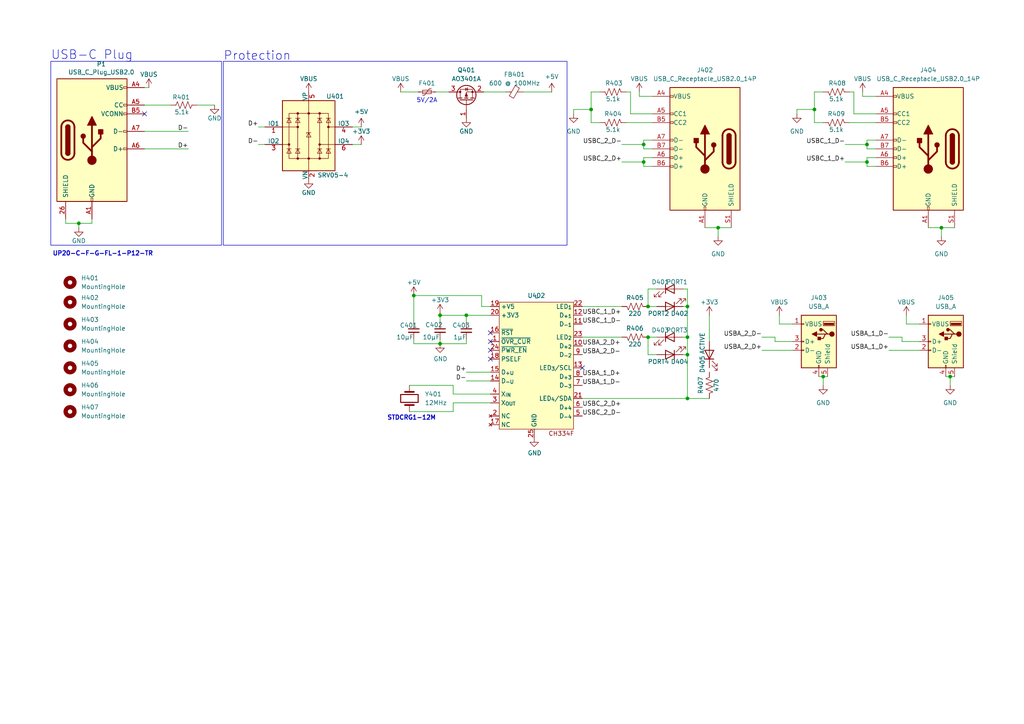
<source format=kicad_sch>
(kicad_sch (version 20250114) (generator "eeschema") (generator_version "9.0")
  (paper "A4")
  (lib_symbols
    (symbol "Connector:USB_A" (pin_names (offset 1.016))
      (property "Reference" "J" (at -5.08 11.43 0))
      (property "Value" "USB_A" (at -5.08 8.89 0))
      (symbol "USB_A_0_1"
        (rectangle (start -5.08 -7.62) (end 5.08 7.62) (stroke (width 0.254)) (fill (type background)))
        (circle (center -3.81 2.159) (radius 0.635) (stroke (width 0.254)) (fill (type outline)))
        (polyline (pts (xy -3.175 2.159) (xy -2.54 2.159) (xy -1.27 3.429) (xy -0.635 3.429)) (stroke (width 0.254)))
        (polyline (pts (xy -2.54 2.159) (xy -1.905 2.159) (xy -1.27 0.889) (xy 0 0.889)) (stroke (width 0.254)))
        (rectangle (start -1.524 4.826) (end -4.318 5.334) (fill (type outline)))
        (rectangle (start -1.27 4.572) (end -4.572 5.842))
        (circle (center -0.635 3.429) (radius 0.381) (stroke (width 0.254)) (fill (type outline)))
        (rectangle (start -0.127 -7.62) (end 0.127 -6.858))
        (rectangle (start 0.254 1.27) (end -0.508 0.508) (stroke (width 0.254)) (fill (type outline)))
        (polyline (pts (xy 0.635 2.794) (xy 0.635 1.524) (xy 1.905 2.159) (xy 0.635 2.794)) (stroke (width 0.254)) (fill (type outline)))
        (rectangle (start 5.08 4.953) (end 4.318 5.207))
        (rectangle (start 5.08 -0.127) (end 4.318 0.127))
        (rectangle (start 5.08 -2.667) (end 4.318 -2.413))
      )
      (symbol "USB_A_1_1"
        (polyline (pts (xy -1.905 2.159) (xy 0.635 2.159)) (stroke (width 0.254)))
        (pin passive line (at -2.54 -10.16 90) (length 2.54) (name "Shield") (number "5"))
        (pin power_in line (at 0 -10.16 90) (length 2.54) (name "GND") (number "4"))
        (pin power_in line (at 7.62 5.08 180) (length 2.54) (name "VBUS") (number "1"))
        (pin bidirectional line (at 7.62 0 180) (length 2.54) (name "D+") (number "3"))
        (pin bidirectional line (at 7.62 -2.54 180) (length 2.54) (name "D-") (number "2"))
      )
    )
    (symbol "Connector:USB_C_Receptacle_USB2.0_14P" (pin_names (offset 1.016))
      (property "Reference" "J" (at 0 22.225 0))
      (property "Value" "USB_C_Receptacle_USB2.0_14P" (at 0 19.685 0))
      (symbol "USB_C_Receptacle_USB2.0_14P_0_0"
        (rectangle (start -0.254 -17.78) (end 0.254 -16.764))
        (rectangle (start 10.16 15.494) (end 9.144 14.986))
        (rectangle (start 10.16 10.414) (end 9.144 9.906))
        (rectangle (start 10.16 7.874) (end 9.144 7.366))
        (rectangle (start 10.16 2.794) (end 9.144 2.286))
        (rectangle (start 10.16 0.254) (end 9.144 -0.254))
        (rectangle (start 10.16 -2.286) (end 9.144 -2.794))
        (rectangle (start 10.16 -4.826) (end 9.144 -5.334))
      )
      (symbol "USB_C_Receptacle_USB2.0_14P_0_1"
        (rectangle (start -10.16 17.78) (end 10.16 -17.78) (stroke (width 0.254)) (fill (type background)))
        (polyline (pts (xy -8.89 -3.81) (xy -8.89 3.81)) (stroke (width 0.508)))
        (rectangle (start -7.62 -3.81) (end -6.35 3.81) (stroke (width 0.254)) (fill (type outline)))
        (arc (start -7.62 3.81) (mid -6.985 4.4423) (end -6.35 3.81) (stroke (width 0.254)))
        (arc (start -7.62 3.81) (mid -6.985 4.4423) (end -6.35 3.81) (stroke (width 0.254)) (fill (type outline)))
        (arc (start -8.89 3.81) (mid -6.985 5.7067) (end -5.08 3.81) (stroke (width 0.508)))
        (arc (start -5.08 -3.81) (mid -6.985 -5.7067) (end -8.89 -3.81) (stroke (width 0.508)))
        (arc (start -6.35 -3.81) (mid -6.985 -4.4423) (end -7.62 -3.81) (stroke (width 0.254)))
        (arc (start -6.35 -3.81) (mid -6.985 -4.4423) (end -7.62 -3.81) (stroke (width 0.254)) (fill (type outline)))
        (polyline (pts (xy -5.08 3.81) (xy -5.08 -3.81)) (stroke (width 0.508)))
        (circle (center -2.54 1.143) (radius 0.635) (stroke (width 0.254)) (fill (type outline)))
        (polyline (pts (xy -1.27 4.318) (xy 0 6.858) (xy 1.27 4.318) (xy -1.27 4.318)) (stroke (width 0.254)) (fill (type outline)))
        (polyline (pts (xy 0 -2.032) (xy 2.54 0.508) (xy 2.54 1.778)) (stroke (width 0.508)))
        (polyline (pts (xy 0 -3.302) (xy -2.54 -0.762) (xy -2.54 0.508)) (stroke (width 0.508)))
        (polyline (pts (xy 0 -5.842) (xy 0 4.318)) (stroke (width 0.508)))
        (circle (center 0 -5.842) (radius 1.27) (fill (type outline)))
        (rectangle (start 1.905 1.778) (end 3.175 3.048) (stroke (width 0.254)) (fill (type outline)))
      )
      (symbol "USB_C_Receptacle_USB2.0_14P_1_1"
        (pin passive line (at -7.62 -22.86 90) (length 5.08) (name "SHIELD") (number "S1"))
        (pin passive line (at 0 -22.86 90) (length 5.08) (name "GND") (number "A1"))
        (pin passive line (at 0 -22.86 90) (length 5.08) (hide yes) (name "GND") (number "A12"))
        (pin passive line (at 0 -22.86 90) (length 5.08) (hide yes) (name "GND") (number "B1"))
        (pin passive line (at 0 -22.86 90) (length 5.08) (hide yes) (name "GND") (number "B12"))
        (pin passive line (at 15.24 15.24 180) (length 5.08) (name "VBUS") (number "A4"))
        (pin passive line (at 15.24 15.24 180) (length 5.08) (hide yes) (name "VBUS") (number "A9"))
        (pin passive line (at 15.24 15.24 180) (length 5.08) (hide yes) (name "VBUS") (number "B4"))
        (pin passive line (at 15.24 15.24 180) (length 5.08) (hide yes) (name "VBUS") (number "B9"))
        (pin bidirectional line (at 15.24 10.16 180) (length 5.08) (name "CC1") (number "A5"))
        (pin bidirectional line (at 15.24 7.62 180) (length 5.08) (name "CC2") (number "B5"))
        (pin bidirectional line (at 15.24 2.54 180) (length 5.08) (name "D-") (number "A7"))
        (pin bidirectional line (at 15.24 0 180) (length 5.08) (name "D-") (number "B7"))
        (pin bidirectional line (at 15.24 -2.54 180) (length 5.08) (name "D+") (number "A6"))
        (pin bidirectional line (at 15.24 -5.08 180) (length 5.08) (name "D+") (number "B6"))
      )
    )
    (symbol "Device:C_Small" (pin_numbers (hide yes)) (pin_names (offset 0.254) (hide yes))
      (property "Reference" "C" (at 0.254 1.778 0))
      (property "Value" "C_Small" (at 0.254 -2.032 0))
      (symbol "C_Small_0_1"
        (polyline (pts (xy -1.524 0.508) (xy 1.524 0.508)) (stroke (width 0.3048)))
        (polyline (pts (xy -1.524 -0.508) (xy 1.524 -0.508)) (stroke (width 0.3302)))
      )
      (symbol "C_Small_1_1"
        (pin passive line (at 0 2.54 270) (length 2.032) (name "~") (number "1"))
        (pin passive line (at 0 -2.54 90) (length 2.032) (name "~") (number "2"))
      )
    )
    (symbol "Device:Crystal" (pin_numbers (hide yes)) (pin_names (offset 1.016) (hide yes))
      (property "Reference" "Y" (at 0 3.81 0))
      (property "Value" "Crystal" (at 0 -3.81 0))
      (symbol "Crystal_0_1"
        (polyline (pts (xy -2.54 0) (xy -1.905 0)))
        (polyline (pts (xy -1.905 -1.27) (xy -1.905 1.27)) (stroke (width 0.508)))
        (rectangle (start -1.143 2.54) (end 1.143 -2.54) (stroke (width 0.3048)))
        (polyline (pts (xy 1.905 -1.27) (xy 1.905 1.27)) (stroke (width 0.508)))
        (polyline (pts (xy 2.54 0) (xy 1.905 0)))
      )
      (symbol "Crystal_1_1"
        (pin passive line (at -3.81 0 0) (length 1.27) (name "1") (number "1"))
        (pin passive line (at 3.81 0 180) (length 1.27) (name "2") (number "2"))
      )
    )
    (symbol "Device:FerriteBead_Small" (pin_numbers (hide yes)) (pin_names (offset 0))
      (property "Reference" "FB" (at 1.905 1.27 0))
      (property "Value" "FerriteBead_Small" (at 1.905 -1.27 0))
      (symbol "FerriteBead_Small_0_1"
        (polyline (pts (xy -1.8288 0.2794) (xy -1.1176 1.4986) (xy 1.8288 -0.2032) (xy 1.1176 -1.4224) (xy -1.8288 0.2794)))
        (polyline (pts (xy 0 0.889) (xy 0 1.2954)))
        (polyline (pts (xy 0 -1.27) (xy 0 -0.7874)))
      )
      (symbol "FerriteBead_Small_1_1"
        (pin passive line (at 0 2.54 270) (length 1.27) (name "~") (number "1"))
        (pin passive line (at 0 -2.54 90) (length 1.27) (name "~") (number "2"))
      )
    )
    (symbol "Device:LED" (pin_numbers (hide yes)) (pin_names (offset 1.016) (hide yes))
      (property "Reference" "D" (at 0 2.54 0))
      (property "Value" "LED" (at 0 -2.54 0))
      (symbol "LED_0_1"
        (polyline (pts (xy -3.048 -0.762) (xy -4.572 -2.286) (xy -3.81 -2.286) (xy -4.572 -2.286) (xy -4.572 -1.524)))
        (polyline (pts (xy -1.778 -0.762) (xy -3.302 -2.286) (xy -2.54 -2.286) (xy -3.302 -2.286) (xy -3.302 -1.524)))
        (polyline (pts (xy -1.27 0) (xy 1.27 0)))
        (polyline (pts (xy -1.27 -1.27) (xy -1.27 1.27)) (stroke (width 0.254)))
        (polyline (pts (xy 1.27 -1.27) (xy 1.27 1.27) (xy -1.27 0) (xy 1.27 -1.27)) (stroke (width 0.254)))
      )
      (symbol "LED_1_1"
        (pin passive line (at -3.81 0 0) (length 2.54) (name "K") (number "1"))
        (pin passive line (at 3.81 0 180) (length 2.54) (name "A") (number "2"))
      )
    )
    (symbol "Device:Polyfuse_Small" (pin_numbers (hide yes)) (pin_names (offset 0))
      (property "Reference" "F" (at -1.905 0 90))
      (property "Value" "Polyfuse_Small" (at 1.905 0 90))
      (symbol "Polyfuse_Small_0_1"
        (polyline (pts (xy -1.016 1.27) (xy -1.016 0.762) (xy 1.016 -0.762) (xy 1.016 -1.27)))
        (rectangle (start -0.508 1.27) (end 0.508 -1.27))
        (polyline (pts (xy 0 2.54) (xy 0 -2.54)))
      )
      (symbol "Polyfuse_Small_1_1"
        (pin passive line (at 0 2.54 270) (length 0.635) (name "~") (number "1"))
        (pin passive line (at 0 -2.54 90) (length 0.635) (name "~") (number "2"))
      )
    )
    (symbol "Device:R_US" (pin_numbers (hide yes)) (pin_names (offset 0))
      (property "Reference" "R" (at 2.54 0 90))
      (property "Value" "R_US" (at -2.54 0 90))
      (symbol "R_US_0_1"
        (polyline (pts (xy 0 2.286) (xy 0 2.54)))
        (polyline (pts (xy 0 2.286) (xy 1.016 1.905) (xy 0 1.524) (xy -1.016 1.143) (xy 0 0.762)))
        (polyline (pts (xy 0 0.762) (xy 1.016 0.381) (xy 0 0) (xy -1.016 -0.381) (xy 0 -0.762)))
        (polyline (pts (xy 0 -0.762) (xy 1.016 -1.143) (xy 0 -1.524) (xy -1.016 -1.905) (xy 0 -2.286)))
        (polyline (pts (xy 0 -2.286) (xy 0 -2.54)))
      )
      (symbol "R_US_1_1"
        (pin passive line (at 0 3.81 270) (length 1.27) (name "~") (number "1"))
        (pin passive line (at 0 -3.81 90) (length 1.27) (name "~") (number "2"))
      )
    )
    (symbol "JT_CH334F:CH334F"
      (property "Reference" "U" (at 0 2.54 0))
      (symbol "CH334F_0_1"
        (rectangle (start -10.16 1.27) (end 11.43 -35.56) (fill (type background)))
      )
      (symbol "CH334F_1_1"
        (text "CH334F" (at 7.874 -36.83 0) (effects (font (size 1.27 1.27))))
        (pin power_in line (at -12.7 0 0) (length 2.54) (name "+V5") (number "19"))
        (pin power_out line (at -12.7 -2.54 0) (length 2.54) (name "+3V3") (number "20"))
        (pin bidirectional line (at -12.7 -7.62 0) (length 2.54) (name "~{RST}") (number "16"))
        (pin bidirectional line (at -12.7 -10.16 0) (length 2.54) (name "~{OVR_CUR}") (number "1"))
        (pin bidirectional line (at -12.7 -12.7 0) (length 2.54) (name "~{PWR_EN}") (number "24"))
        (pin bidirectional line (at -12.7 -15.24 0) (length 2.54) (name "PSELF") (number "18"))
        (pin bidirectional line (at -12.7 -19.05 0) (length 2.54) (name "D_{+U}") (number "15"))
        (pin bidirectional line (at -12.7 -21.59 0) (length 2.54) (name "D_{-U}") (number "14"))
        (pin bidirectional line (at -12.7 -25.4 0) (length 2.54) (name "X_{IN}") (number "4"))
        (pin bidirectional line (at -12.7 -27.94 0) (length 2.54) (name "X_{OUT}") (number "3"))
        (pin no_connect line (at -12.7 -31.75 0) (length 2.54) (name "NC") (number "2"))
        (pin no_connect line (at -12.7 -34.29 0) (length 2.54) (name "NC") (number "17"))
        (pin power_in line (at 0 -38.1 90) (length 2.54) (name "GND") (number "25"))
        (pin bidirectional line (at 13.97 0 180) (length 2.54) (name "LED_{1}") (number "22"))
        (pin bidirectional line (at 13.97 -2.54 180) (length 2.54) (name "D_{+1}") (number "12"))
        (pin bidirectional line (at 13.97 -5.08 180) (length 2.54) (name "D_{-1}") (number "11"))
        (pin bidirectional line (at 13.97 -8.89 180) (length 2.54) (name "LED_{2}") (number "23"))
        (pin bidirectional line (at 13.97 -11.43 180) (length 2.54) (name "D_{+2}") (number "10"))
        (pin bidirectional line (at 13.97 -13.97 180) (length 2.54) (name "D_{-2}") (number "9"))
        (pin bidirectional line (at 13.97 -17.78 180) (length 2.54) (name "LED_{3}/SCL") (number "13"))
        (pin bidirectional line (at 13.97 -20.32 180) (length 2.54) (name "D_{+3}") (number "8"))
        (pin bidirectional line (at 13.97 -22.86 180) (length 2.54) (name "D_{-3}") (number "7"))
        (pin bidirectional line (at 13.97 -26.67 180) (length 2.54) (name "LED_{4}/SDA") (number "21"))
        (pin bidirectional line (at 13.97 -29.21 180) (length 2.54) (name "D_{+4}") (number "6"))
        (pin bidirectional line (at 13.97 -31.75 180) (length 2.54) (name "D_{-4}") (number "5"))
      )
    )
    (symbol "Mechanical:MountingHole" (pin_names (offset 1.016)) (exclude_from_sim yes) (in_bom no)
      (property "Reference" "H" (at 0 5.08 0))
      (property "Value" "MountingHole" (at 0 3.175 0))
      (symbol "MountingHole_0_1"
        (circle (center 0 0) (radius 1.27) (stroke (width 1.27)))
      )
    )
    (symbol "Power_Protection:SRV05-4" (pin_names (offset 0))
      (property "Reference" "U" (at -5.08 11.43 0))
      (property "Value" "SRV05-4" (at 2.54 11.43 0))
      (symbol "SRV05-4_0_0"
        (rectangle (start -5.715 6.477) (end 5.715 -6.604))
        (polyline (pts (xy -3.175 -6.604) (xy -3.175 6.477)))
        (polyline (pts (xy 3.175 6.477) (xy 3.175 -6.604)))
      )
      (symbol "SRV05-4_0_1"
        (polyline (pts (xy -7.747 2.54) (xy -3.175 2.54)))
        (rectangle (start -7.62 10.16) (end 7.62 -10.16) (stroke (width 0.254)) (fill (type background)))
        (polyline (pts (xy -7.62 -2.54) (xy -5.715 -2.54)))
        (circle (center -5.715 -2.54) (radius 0.2794) (fill (type outline)))
        (polyline (pts (xy -5.08 5.08) (xy -6.35 5.08)))
        (polyline (pts (xy -5.08 3.81) (xy -6.35 3.81) (xy -5.715 5.08) (xy -5.08 3.81)))
        (polyline (pts (xy -5.08 -3.81) (xy -6.35 -3.81)))
        (polyline (pts (xy -5.08 -5.08) (xy -6.35 -5.08) (xy -5.715 -3.81) (xy -5.08 -5.08)))
        (circle (center -3.175 6.477) (radius 0.2794) (fill (type outline)))
        (circle (center -3.175 2.54) (radius 0.2794) (fill (type outline)))
        (circle (center -3.175 -6.604) (radius 0.2794) (fill (type outline)))
        (polyline (pts (xy -2.54 5.08) (xy -3.81 5.08)))
        (polyline (pts (xy -2.54 3.81) (xy -3.81 3.81) (xy -3.175 5.08) (xy -2.54 3.81)))
        (polyline (pts (xy -2.54 -3.81) (xy -3.81 -3.81)))
        (polyline (pts (xy -2.54 -5.08) (xy -3.81 -5.08) (xy -3.175 -3.81) (xy -2.54 -5.08)))
        (polyline (pts (xy 0 10.16) (xy 0 -10.16)))
        (circle (center 0 6.477) (radius 0.2794) (fill (type outline)))
        (circle (center 0 -6.604) (radius 0.2794) (fill (type outline)))
        (polyline (pts (xy 0.635 0.889) (xy -0.635 0.889) (xy -0.635 0.635)))
        (polyline (pts (xy 0.635 -0.381) (xy -0.635 -0.381) (xy 0 0.889) (xy 0.635 -0.381)))
        (circle (center 3.175 6.477) (radius 0.2794) (fill (type outline)))
        (circle (center 3.175 -2.54) (radius 0.2794) (fill (type outline)))
        (circle (center 3.175 -6.604) (radius 0.2794) (fill (type outline)))
        (polyline (pts (xy 3.81 5.08) (xy 2.54 5.08)))
        (polyline (pts (xy 3.81 3.81) (xy 2.54 3.81) (xy 3.175 5.08) (xy 3.81 3.81)))
        (polyline (pts (xy 3.81 -3.81) (xy 2.54 -3.81)))
        (polyline (pts (xy 3.81 -5.08) (xy 2.54 -5.08) (xy 3.175 -3.81) (xy 3.81 -5.08)))
        (circle (center 5.715 2.54) (radius 0.2794) (fill (type outline)))
        (polyline (pts (xy 6.35 5.08) (xy 5.08 5.08)))
        (polyline (pts (xy 6.35 3.81) (xy 5.08 3.81) (xy 5.715 5.08) (xy 6.35 3.81)))
        (polyline (pts (xy 6.35 -3.81) (xy 5.08 -3.81)))
        (polyline (pts (xy 6.35 -5.08) (xy 5.08 -5.08) (xy 5.715 -3.81) (xy 6.35 -5.08)))
        (polyline (pts (xy 7.62 2.54) (xy 5.715 2.54)))
        (polyline (pts (xy 7.62 -2.54) (xy 3.175 -2.54)))
      )
      (symbol "SRV05-4_1_1"
        (pin passive line (at -12.7 2.54 0) (length 5.08) (name "IO1") (number "1"))
        (pin passive line (at -12.7 -2.54 0) (length 5.08) (name "IO2") (number "3"))
        (pin passive line (at 0 12.7 270) (length 2.54) (name "VP") (number "5"))
        (pin passive line (at 0 -12.7 90) (length 2.54) (name "VN") (number "2"))
        (pin passive line (at 12.7 2.54 180) (length 5.08) (name "IO3") (number "4"))
        (pin passive line (at 12.7 -2.54 180) (length 5.08) (name "IO4") (number "6"))
      )
    )
    (symbol "Transistor_FET:AO3401A" (pin_names (hide yes))
      (property "Reference" "Q" (at 5.08 1.905 0))
      (property "Value" "AO3401A" (at 5.08 0 0))
      (symbol "AO3401A_0_1"
        (polyline (pts (xy 0.254 1.905) (xy 0.254 -1.905)) (stroke (width 0.254)))
        (polyline (pts (xy 0.254 0) (xy -2.54 0)))
        (polyline (pts (xy 0.762 2.286) (xy 0.762 1.27)) (stroke (width 0.254)))
        (polyline (pts (xy 0.762 1.778) (xy 3.302 1.778) (xy 3.302 -1.778) (xy 0.762 -1.778)))
        (polyline (pts (xy 0.762 0.508) (xy 0.762 -0.508)) (stroke (width 0.254)))
        (polyline (pts (xy 0.762 -1.27) (xy 0.762 -2.286)) (stroke (width 0.254)))
        (circle (center 1.651 0) (radius 2.794) (stroke (width 0.254)))
        (polyline (pts (xy 2.286 0) (xy 1.27 0.381) (xy 1.27 -0.381) (xy 2.286 0)) (fill (type outline)))
        (polyline (pts (xy 2.54 2.54) (xy 2.54 1.778)))
        (circle (center 2.54 1.778) (radius 0.254) (fill (type outline)))
        (circle (center 2.54 -1.778) (radius 0.254) (fill (type outline)))
        (polyline (pts (xy 2.54 -2.54) (xy 2.54 0) (xy 0.762 0)))
        (polyline (pts (xy 2.794 -0.508) (xy 2.921 -0.381) (xy 3.683 -0.381) (xy 3.81 -0.254)))
        (polyline (pts (xy 3.302 -0.381) (xy 2.921 0.254) (xy 3.683 0.254) (xy 3.302 -0.381)))
      )
      (symbol "AO3401A_1_1"
        (pin input line (at -5.08 0 0) (length 2.54) (name "G") (number "1"))
        (pin passive line (at 2.54 5.08 270) (length 2.54) (name "D") (number "3"))
        (pin passive line (at 2.54 -5.08 90) (length 2.54) (name "S") (number "2"))
      )
    )
    (symbol "_mykicadlib:USB_C_Plug_USB2.0" (pin_names (offset 1.016))
      (property "Reference" "USB1" (at 3.2894 21.59 0))
      (property "Value" "TYPEC-951-ARP24" (at 3.2894 19.05 0))
      (symbol "USB_C_Plug_USB2.0_0_0"
        (rectangle (start -0.254 -17.78) (end 0.254 -16.764))
        (rectangle (start 10.16 15.494) (end 9.144 14.986))
        (rectangle (start 10.16 10.414) (end 9.144 9.906))
        (rectangle (start 10.16 7.874) (end 9.144 7.366))
        (rectangle (start 10.16 2.794) (end 9.144 2.286))
        (rectangle (start 10.16 -2.286) (end 9.144 -2.794))
      )
      (symbol "USB_C_Plug_USB2.0_0_1"
        (rectangle (start -10.16 17.78) (end 10.16 -17.78) (stroke (width 0.254)) (fill (type background)))
        (polyline (pts (xy -8.89 -3.81) (xy -8.89 3.81)) (stroke (width 0.508)))
        (rectangle (start -7.62 -3.81) (end -6.35 3.81) (stroke (width 0.254)) (fill (type outline)))
        (arc (start -7.62 3.81) (mid -6.985 4.4423) (end -6.35 3.81) (stroke (width 0.254)))
        (arc (start -7.62 3.81) (mid -6.985 4.4423) (end -6.35 3.81) (stroke (width 0.254)) (fill (type outline)))
        (arc (start -8.89 3.81) (mid -6.985 5.7067) (end -5.08 3.81) (stroke (width 0.508)))
        (arc (start -5.08 -3.81) (mid -6.985 -5.7067) (end -8.89 -3.81) (stroke (width 0.508)))
        (arc (start -6.35 -3.81) (mid -6.985 -4.4423) (end -7.62 -3.81) (stroke (width 0.254)))
        (arc (start -6.35 -3.81) (mid -6.985 -4.4423) (end -7.62 -3.81) (stroke (width 0.254)) (fill (type outline)))
        (polyline (pts (xy -5.08 3.81) (xy -5.08 -3.81)) (stroke (width 0.508)))
        (circle (center -2.54 1.143) (radius 0.635) (stroke (width 0.254)) (fill (type outline)))
        (polyline (pts (xy -1.27 4.318) (xy 0 6.858) (xy 1.27 4.318) (xy -1.27 4.318)) (stroke (width 0.254)) (fill (type outline)))
        (polyline (pts (xy 0 -2.032) (xy 2.54 0.508) (xy 2.54 1.778)) (stroke (width 0.508)))
        (polyline (pts (xy 0 -3.302) (xy -2.54 -0.762) (xy -2.54 0.508)) (stroke (width 0.508)))
        (polyline (pts (xy 0 -5.842) (xy 0 4.318)) (stroke (width 0.508)))
        (circle (center 0 -5.842) (radius 1.27) (fill (type outline)))
        (rectangle (start 1.905 1.778) (end 3.175 3.048) (stroke (width 0.254)) (fill (type outline)))
      )
      (symbol "USB_C_Plug_USB2.0_1_1"
        (pin passive line (at -7.62 -22.86 90) (length 5.08) (hide yes) (name "SHIELD") (number "25"))
        (pin passive line (at -7.62 -22.86 90) (length 5.08) (name "SHIELD") (number "26"))
        (pin passive line (at 0 -22.86 90) (length 5.08) (name "GND") (number "A1"))
        (pin passive line (at 0 -22.86 90) (length 5.08) (hide yes) (name "GND") (number "A12"))
        (pin passive line (at 0 -22.86 90) (length 5.08) (hide yes) (name "GND") (number "B1"))
        (pin passive line (at 0 -22.86 90) (length 5.08) (hide yes) (name "GND") (number "B12"))
        (pin passive line (at 15.24 15.24 180) (length 5.08) (name "VBUS") (number "A4"))
        (pin passive line (at 15.24 15.24 180) (length 5.08) (hide yes) (name "VBUS") (number "A9"))
        (pin passive line (at 15.24 15.24 180) (length 5.08) (hide yes) (name "VBUS") (number "B4"))
        (pin passive line (at 15.24 15.24 180) (length 5.08) (hide yes) (name "VBUS") (number "B9"))
        (pin bidirectional line (at 15.24 10.16 180) (length 5.08) (name "CC") (number "A5"))
        (pin bidirectional line (at 15.24 7.62 180) (length 5.08) (name "VCONN") (number "B5"))
        (pin bidirectional line (at 15.24 2.54 180) (length 5.08) (name "D-") (number "A7"))
        (pin bidirectional line (at 15.24 -2.54 180) (length 5.08) (name "D+") (number "A6"))
      )
    )
    (symbol "power:+3V3" (power) (pin_numbers (hide yes)) (pin_names (offset 0) (hide yes))
      (property "Value" "+3V3" (at 0 3.556 0))
      (symbol "+3V3_0_1"
        (polyline (pts (xy -0.762 1.27) (xy 0 2.54)))
        (polyline (pts (xy 0 2.54) (xy 0.762 1.27)))
        (polyline (pts (xy 0 0) (xy 0 2.54)))
      )
      (symbol "+3V3_1_1"
        (pin power_in line (at 0 0 90) (length 0) (name "~") (number "1"))
      )
    )
    (symbol "power:+5V" (power) (pin_numbers (hide yes)) (pin_names (offset 0) (hide yes))
      (property "Value" "+5V" (at 0 3.556 0))
      (symbol "+5V_0_1"
        (polyline (pts (xy -0.762 1.27) (xy 0 2.54)))
        (polyline (pts (xy 0 2.54) (xy 0.762 1.27)))
        (polyline (pts (xy 0 0) (xy 0 2.54)))
      )
      (symbol "+5V_1_1"
        (pin power_in line (at 0 0 90) (length 0) (name "~") (number "1"))
      )
    )
    (symbol "power:GND" (power) (pin_names (offset 0))
      (property "Value" "GND" (at 0 -3.81 0))
      (symbol "GND_0_1"
        (polyline (pts (xy 0 0) (xy 0 -1.27) (xy 1.27 -1.27) (xy 0 -2.54) (xy -1.27 -1.27) (xy 0 -1.27)))
      )
      (symbol "GND_1_1"
        (pin power_in line (at 0 0 270) (length 0) (hide yes) (name "GND") (number "1"))
      )
    )
    (symbol "power:VBUS" (power) (pin_names (offset 0))
      (property "Value" "VBUS" (at 0 3.81 0))
      (symbol "VBUS_0_1"
        (polyline (pts (xy -0.762 1.27) (xy 0 2.54)))
        (polyline (pts (xy 0 2.54) (xy 0.762 1.27)))
        (polyline (pts (xy 0 0) (xy 0 2.54)))
      )
      (symbol "VBUS_1_1"
        (pin power_in line (at 0 0 90) (length 0) (hide yes) (name "VBUS") (number "1"))
      )
    )
  )
  (rectangle (start 64.77 17.78) (end 164.465 71.12))
  (rectangle (start 14.732 17.78) (end 64.262 71.12))
  (text "STDCRG1-12M\n" (at 119.38 121.285 0) (effects (font (size 1.27 1.27) (thickness 0.254) (bold yes))))
  (text "Protection" (at 64.77 17.78 0) (effects (font (size 2.54 2.54)) (justify left bottom)))
  (text "UP20-C-F-G-FL-1-P12-TR" (at 29.845 73.66 0) (effects (font (size 1.27 1.27) (thickness 0.254) (bold yes))))
  (text "5V/2A" (at 123.825 29.21 0) (effects (font (size 1.27 1.27))))
  (text "USB-C Plug" (at 14.732 17.526 0) (effects (font (size 2.54 2.54)) (justify left bottom)))
  (junction (at 186.69 41.91))
  (junction (at 199.39 115.57))
  (junction (at 236.22 31.75))
  (junction (at 171.45 31.75))
  (junction (at 199.39 102.87))
  (junction (at 238.76 109.22))
  (junction (at 273.05 66.04))
  (junction (at 186.69 46.99))
  (junction (at 135.255 91.44))
  (junction (at 208.28 66.04))
  (junction (at 120.015 85.725))
  (junction (at 127.635 91.44))
  (junction (at 251.46 46.99))
  (junction (at 187.96 97.79))
  (junction (at 275.59 109.22))
  (junction (at 187.96 88.9))
  (junction (at 22.86 64.77))
  (junction (at 251.46 41.91))
  (junction (at 127.635 99.695))
  (junction (at 199.39 97.79))
  (junction (at 199.39 88.9))
  (no_connect (at 41.91 33.02))
  (no_connect (at 168.91 106.68))
  (no_connect (at 142.24 99.06))
  (no_connect (at 142.24 104.14))
  (no_connect (at 142.24 101.6))
  (no_connect (at 142.24 96.52))
  (wire (pts (xy 127.635 91.44) (xy 135.255 91.44)))
  (wire (pts (xy 131.445 116.84) (xy 142.24 116.84)))
  (wire (pts (xy 251.46 46.99) (xy 245.11 46.99)))
  (wire (pts (xy 74.93 41.91) (xy 76.835 41.91)))
  (wire (pts (xy 187.96 83.82) (xy 187.96 88.9)))
  (wire (pts (xy 186.69 41.91) (xy 180.34 41.91)))
  (wire (pts (xy 208.28 66.04) (xy 204.47 66.04)))
  (wire (pts (xy 182.88 33.02) (xy 189.23 33.02)))
  (wire (pts (xy 199.39 115.57) (xy 199.39 102.87)))
  (wire (pts (xy 189.23 45.72) (xy 186.69 45.72)))
  (wire (pts (xy 126.365 26.67) (xy 130.175 26.67)))
  (wire (pts (xy 186.69 40.64) (xy 186.69 41.91)))
  (wire (pts (xy 247.65 33.02) (xy 254 33.02)))
  (wire (pts (xy 251.46 46.99) (xy 251.46 48.26)))
  (wire (pts (xy 187.96 83.82) (xy 190.5 83.82)))
  (wire (pts (xy 276.86 109.22) (xy 275.59 109.22)))
  (wire (pts (xy 182.88 26.67) (xy 182.88 33.02)))
  (wire (pts (xy 74.93 36.83) (xy 76.835 36.83)))
  (wire (pts (xy 251.46 43.18) (xy 254 43.18)))
  (wire (pts (xy 276.86 66.04) (xy 273.05 66.04)))
  (wire (pts (xy 131.445 119.38) (xy 131.445 116.84)))
  (wire (pts (xy 120.015 99.695) (xy 127.635 99.695)))
  (wire (pts (xy 120.015 85.725) (xy 120.015 93.345)))
  (wire (pts (xy 41.91 30.48) (xy 49.53 30.48)))
  (wire (pts (xy 140.335 26.67) (xy 146.685 26.67)))
  (wire (pts (xy 168.91 88.9) (xy 180.34 88.9)))
  (wire (pts (xy 238.76 26.67) (xy 236.22 26.67)))
  (wire (pts (xy 189.23 35.56) (xy 181.61 35.56)))
  (wire (pts (xy 187.96 97.79) (xy 190.5 97.79)))
  (wire (pts (xy 254 45.72) (xy 251.46 45.72)))
  (wire (pts (xy 199.39 102.87) (xy 198.12 102.87)))
  (wire (pts (xy 135.255 93.345) (xy 135.255 91.44)))
  (wire (pts (xy 186.69 46.99) (xy 186.69 48.26)))
  (wire (pts (xy 212.09 66.04) (xy 208.28 66.04)))
  (wire (pts (xy 251.46 41.91) (xy 245.11 41.91)))
  (wire (pts (xy 261.62 99.06) (xy 261.62 97.79)))
  (wire (pts (xy 261.62 97.79) (xy 257.81 97.79)))
  (wire (pts (xy 186.69 41.91) (xy 186.69 43.18)))
  (wire (pts (xy 186.69 43.18) (xy 189.23 43.18)))
  (wire (pts (xy 173.99 26.67) (xy 171.45 26.67)))
  (wire (pts (xy 236.22 26.67) (xy 236.22 31.75)))
  (wire (pts (xy 251.46 41.91) (xy 251.46 43.18)))
  (wire (pts (xy 273.05 66.04) (xy 269.24 66.04)))
  (wire (pts (xy 135.255 107.95) (xy 142.24 107.95)))
  (wire (pts (xy 168.91 115.57) (xy 199.39 115.57)))
  (wire (pts (xy 120.015 99.695) (xy 120.015 98.425)))
  (wire (pts (xy 139.7 85.725) (xy 120.015 85.725)))
  (wire (pts (xy 186.69 45.72) (xy 186.69 46.99)))
  (wire (pts (xy 171.45 26.67) (xy 171.45 31.75)))
  (wire (pts (xy 229.87 93.98) (xy 226.06 93.98)))
  (wire (pts (xy 205.74 91.44) (xy 205.74 99.06)))
  (wire (pts (xy 118.745 119.38) (xy 131.445 119.38)))
  (wire (pts (xy 199.39 88.9) (xy 199.39 97.79)))
  (wire (pts (xy 139.7 88.9) (xy 139.7 85.725)))
  (wire (pts (xy 251.46 40.64) (xy 251.46 41.91)))
  (wire (pts (xy 187.96 102.87) (xy 187.96 97.79)))
  (wire (pts (xy 171.45 35.56) (xy 173.99 35.56)))
  (wire (pts (xy 236.22 35.56) (xy 238.76 35.56)))
  (wire (pts (xy 266.7 101.6) (xy 257.81 101.6)))
  (wire (pts (xy 231.14 31.75) (xy 231.14 33.02)))
  (wire (pts (xy 275.59 109.22) (xy 275.59 111.76)))
  (wire (pts (xy 57.15 30.48) (xy 62.23 30.48)))
  (wire (pts (xy 139.7 88.9) (xy 142.24 88.9)))
  (wire (pts (xy 22.86 64.77) (xy 19.05 64.77)))
  (wire (pts (xy 208.28 66.04) (xy 208.28 68.58)))
  (wire (pts (xy 229.87 101.6) (xy 220.98 101.6)))
  (wire (pts (xy 247.65 26.67) (xy 247.65 33.02)))
  (wire (pts (xy 199.39 97.79) (xy 199.39 102.87)))
  (wire (pts (xy 171.45 31.75) (xy 171.45 35.56)))
  (wire (pts (xy 142.24 114.3) (xy 131.445 114.3)))
  (wire (pts (xy 104.775 41.91) (xy 102.235 41.91)))
  (wire (pts (xy 254 27.94) (xy 250.19 27.94)))
  (wire (pts (xy 254 35.56) (xy 246.38 35.56)))
  (wire (pts (xy 41.91 25.4) (xy 43.18 25.4)))
  (wire (pts (xy 251.46 45.72) (xy 251.46 46.99)))
  (wire (pts (xy 224.79 99.06) (xy 224.79 97.79)))
  (wire (pts (xy 127.635 90.805) (xy 127.635 91.44)))
  (wire (pts (xy 189.23 48.26) (xy 186.69 48.26)))
  (wire (pts (xy 41.91 43.18) (xy 54.61 43.18)))
  (wire (pts (xy 190.5 88.9) (xy 187.96 88.9)))
  (wire (pts (xy 240.03 109.22) (xy 238.76 109.22)))
  (wire (pts (xy 238.76 109.22) (xy 237.49 109.22)))
  (wire (pts (xy 116.205 26.67) (xy 121.285 26.67)))
  (wire (pts (xy 186.69 46.99) (xy 180.34 46.99)))
  (wire (pts (xy 266.7 93.98) (xy 262.89 93.98)))
  (wire (pts (xy 236.22 31.75) (xy 231.14 31.75)))
  (wire (pts (xy 104.775 36.83) (xy 102.235 36.83)))
  (wire (pts (xy 151.765 26.67) (xy 160.02 26.67)))
  (wire (pts (xy 190.5 102.87) (xy 187.96 102.87)))
  (wire (pts (xy 185.42 26.67) (xy 185.42 27.94)))
  (wire (pts (xy 198.12 88.9) (xy 199.39 88.9)))
  (wire (pts (xy 171.45 31.75) (xy 166.37 31.75)))
  (wire (pts (xy 254 40.64) (xy 251.46 40.64)))
  (wire (pts (xy 199.39 115.57) (xy 205.74 115.57)))
  (wire (pts (xy 266.7 99.06) (xy 261.62 99.06)))
  (wire (pts (xy 254 48.26) (xy 251.46 48.26)))
  (wire (pts (xy 198.12 83.82) (xy 199.39 83.82)))
  (wire (pts (xy 166.37 31.75) (xy 166.37 33.02)))
  (wire (pts (xy 273.05 66.04) (xy 273.05 68.58)))
  (wire (pts (xy 131.445 111.76) (xy 118.745 111.76)))
  (wire (pts (xy 135.255 110.49) (xy 142.24 110.49)))
  (wire (pts (xy 198.12 97.79) (xy 199.39 97.79)))
  (wire (pts (xy 127.635 99.695) (xy 127.635 98.425)))
  (wire (pts (xy 262.89 91.44) (xy 262.89 93.98)))
  (wire (pts (xy 189.23 40.64) (xy 186.69 40.64)))
  (wire (pts (xy 26.67 64.77) (xy 26.67 63.5)))
  (wire (pts (xy 226.06 91.44) (xy 226.06 93.98)))
  (wire (pts (xy 22.86 66.04) (xy 22.86 64.77)))
  (wire (pts (xy 229.87 99.06) (xy 224.79 99.06)))
  (wire (pts (xy 224.79 97.79) (xy 220.98 97.79)))
  (wire (pts (xy 19.05 64.77) (xy 19.05 63.5)))
  (wire (pts (xy 247.65 26.67) (xy 246.38 26.67)))
  (wire (pts (xy 236.22 31.75) (xy 236.22 35.56)))
  (wire (pts (xy 250.19 26.67) (xy 250.19 27.94)))
  (wire (pts (xy 275.59 109.22) (xy 274.32 109.22)))
  (wire (pts (xy 168.91 97.79) (xy 180.34 97.79)))
  (wire (pts (xy 131.445 114.3) (xy 131.445 111.76)))
  (wire (pts (xy 41.91 38.1) (xy 54.61 38.1)))
  (wire (pts (xy 182.88 26.67) (xy 181.61 26.67)))
  (wire (pts (xy 135.255 91.44) (xy 142.24 91.44)))
  (wire (pts (xy 189.23 27.94) (xy 185.42 27.94)))
  (wire (pts (xy 199.39 83.82) (xy 199.39 88.9)))
  (wire (pts (xy 135.255 99.695) (xy 135.255 98.425)))
  (wire (pts (xy 22.86 64.77) (xy 26.67 64.77)))
  (wire (pts (xy 127.635 99.695) (xy 135.255 99.695)))
  (wire (pts (xy 127.635 93.345) (xy 127.635 91.44)))
  (wire (pts (xy 238.76 109.22) (xy 238.76 111.76)))
  (label "D-" (at 74.93 41.91 180))
  (label "USBC_2_D+" (at 168.91 118.11 0))
  (label "USBA_2_D+" (at 168.91 100.33 0))
  (label "USBC_1_D+" (at 245.11 46.99 180))
  (label "USBC_2_D-" (at 168.91 120.65 0))
  (label "D+" (at 135.255 107.95 180))
  (label "USBA_2_D-" (at 220.98 97.79 180))
  (label "USBA_1_D-" (at 168.91 111.76 0))
  (label "USBA_1_D+" (at 257.81 101.6 180))
  (label "USBC_2_D-" (at 180.34 41.91 180))
  (label "D+" (at 74.93 36.83 180))
  (label "USBC_1_D-" (at 245.11 41.91 180))
  (label "USBA_2_D+" (at 220.98 101.6 180))
  (label "USBC_1_D+" (at 168.91 91.44 0))
  (label "USBA_2_D-" (at 168.91 102.87 0))
  (label "USBA_1_D-" (at 257.81 97.79 180))
  (label "USBC_2_D+" (at 180.34 46.99 180))
  (label "D+" (at 54.61 43.18 180))
  (label "USBC_1_D-" (at 168.91 93.98 0))
  (label "D-" (at 54.61 38.1 180))
  (label "USBA_1_D+" (at 168.91 109.22 0))
  (label "D-" (at 135.255 110.49 180))
  (symbol (lib_id "power:VBUS") (at 226.06 91.44 0) (unit 1)
    (property "Reference" "#PWR0419" (effects (hide yes)))
    (property "Value" "VBUS" (at 226.06 87.63 0))
    (property "Description" "Power symbol creates a global label with name \"VBUS\"" (effects (hide yes)))
  )
  (symbol (lib_id "Device:FerriteBead_Small") (at 149.225 26.67 90) (unit 1)
    (property "Reference" "FB401" (at 149.225 21.59 90))
    (property "Value" "600 @ 100MHz" (at 149.225 24.13 90))
    (property "Footprint" "Resistor_SMD:R_0805_2012Metric_Pad1.20x1.40mm_HandSolder" (effects (hide yes)))
  )
  (symbol (lib_id "Mechanical:MountingHole") (at 20.32 100.33 0) (unit 1) (exclude_from_sim yes) (in_bom no)
    (property "Reference" "H404" (at 23.495 99.0599 0) (effects (justify left)))
    (property "Value" "MountingHole" (at 23.495 101.5999 0) (effects (justify left)))
    (property "Footprint" "MountingHole:MountingHole_2.2mm_M2" (effects (hide yes)))
    (property "Description" "Mounting Hole without connection" (effects (hide yes)))
  )
  (symbol (lib_id "Device:R_US") (at 242.57 35.56 270) (mirror x) (unit 1)
    (property "Reference" "R409" (at 242.57 33.02 90))
    (property "Value" "5.1k" (at 242.57 37.592 90))
    (property "Footprint" "Resistor_SMD:R_0603_1608Metric" (effects (hide yes)))
    (property "Description" "Resistor, US symbol" (effects (hide yes)))
  )
  (symbol (lib_id "power:VBUS") (at 43.18 25.4 0) (unit 1)
    (property "Reference" "#PWR0402" (effects (hide yes)))
    (property "Value" "VBUS" (at 43.18 21.59 0))
    (property "Description" "Power symbol creates a global label with name \"VBUS\"" (effects (hide yes)))
  )
  (symbol (lib_id "power:GND") (at 273.05 68.58 0) (mirror y) (unit 1)
    (property "Reference" "#PWR0424" (effects (hide yes)))
    (property "Value" "GND" (at 273.05 73.66 0))
    (property "Description" "Power symbol creates a global label with name \"GND\" , ground" (effects (hide yes)))
  )
  (symbol (lib_id "Device:Crystal") (at 118.745 115.57 90) (unit 1)
    (property "Reference" "Y401" (at 123.19 114.2999 90) (effects (justify right)))
    (property "Value" "12MHz" (at 123.19 116.8399 90) (effects (justify right)))
    (property "Footprint" "Crystal:Crystal_SMD_3225-4Pin_3.2x2.5mm" (effects (hide yes)))
    (property "Description" "Two pin crystal" (effects (hide yes)))
  )
  (symbol (lib_id "power:GND") (at 89.535 52.07 0) (unit 1)
    (property "Reference" "#PWR0405" (effects (hide yes)))
    (property "Value" "GND" (at 89.535 55.88 0))
  )
  (symbol (lib_id "Mechanical:MountingHole") (at 20.32 106.68 0) (unit 1) (exclude_from_sim yes) (in_bom no)
    (property "Reference" "H405" (at 23.495 105.4099 0) (effects (justify left)))
    (property "Value" "MountingHole" (at 23.495 107.9499 0) (effects (justify left)))
    (property "Footprint" "MountingHole:MountingHole_2.2mm_M2" (effects (hide yes)))
    (property "Description" "Mounting Hole without connection" (effects (hide yes)))
  )
  (symbol (lib_id "Device:Polyfuse_Small") (at 123.825 26.67 90) (unit 1)
    (property "Reference" "F401" (at 123.825 24.13 90))
    (property "Value" "SMD0805B110TF" (effects (hide yes)))
    (property "Footprint" "Fuse:Fuse_0805_2012Metric" (effects (hide yes)))
  )
  (symbol (lib_id "power:GND") (at 154.94 127 0) (unit 1)
    (property "Reference" "#PWR0413" (effects (hide yes)))
    (property "Value" "GND" (at 155.067 131.3942 0))
  )
  (symbol (lib_id "power:+5V") (at 160.02 26.67 0) (unit 1)
    (property "Reference" "#PWR0414" (effects (hide yes)))
    (property "Value" "+5V" (at 160.02 22.225 0))
    (property "Description" "Power symbol creates a global label with name \"+5V\"" (effects (hide yes)))
  )
  (symbol (lib_id "power:+5V") (at 104.775 36.83 0) (unit 1)
    (property "Reference" "#PWR0406" (effects (hide yes)))
    (property "Value" "+5V" (at 104.775 32.385 0))
    (property "Description" "Power symbol creates a global label with name \"+5V\"" (effects (hide yes)))
  )
  (symbol (lib_id "power:VBUS") (at 262.89 91.44 0) (unit 1)
    (property "Reference" "#PWR0423" (effects (hide yes)))
    (property "Value" "VBUS" (at 262.89 87.63 0))
    (property "Description" "Power symbol creates a global label with name \"VBUS\"" (effects (hide yes)))
  )
  (symbol (lib_id "power:GND") (at 127.635 99.695 0) (unit 1)
    (property "Reference" "#PWR0411" (effects (hide yes)))
    (property "Value" "GND" (at 127.762 104.0892 0))
  )
  (symbol (lib_id "power:VBUS") (at 250.19 26.67 0) (unit 1)
    (property "Reference" "#PWR0422" (effects (hide yes)))
    (property "Value" "VBUS" (at 250.19 22.86 0))
    (property "Description" "Power symbol creates a global label with name \"VBUS\"" (effects (hide yes)))
  )
  (symbol (lib_id "Device:R_US") (at 184.15 88.9 270) (mirror x) (unit 1)
    (property "Reference" "R405" (at 184.15 86.36 90))
    (property "Value" "220" (at 184.15 90.932 90))
    (property "Footprint" "Resistor_SMD:R_0603_1608Metric" (effects (hide yes)))
    (property "Description" "Resistor, US symbol" (effects (hide yes)))
  )
  (symbol (lib_id "power:GND") (at 135.255 34.29 0) (unit 1)
    (property "Reference" "#PWR0412" (effects (hide yes)))
    (property "Value" "GND" (at 135.255 38.1 0))
  )
  (symbol (lib_id "power:+5V") (at 120.015 85.725 0) (unit 1)
    (property "Reference" "#PWR0409" (effects (hide yes)))
    (property "Value" "+5V" (at 120.015 81.915 0))
    (property "Description" "Power symbol creates a global label with name \"+5V\"" (effects (hide yes)))
  )
  (symbol (lib_id "Device:R_US") (at 53.34 30.48 90) (unit 1)
    (property "Reference" "R401" (at 55.118 28.194 90) (effects (justify left)))
    (property "Value" "5.1k" (at 54.864 32.512 90) (effects (justify left)))
    (property "Footprint" "Resistor_SMD:R_0603_1608Metric_Pad0.98x0.95mm_HandSolder" (effects (hide yes)))
    (property "Description" "Resistor, US symbol" (effects (hide yes)))
  )
  (symbol (lib_id "Power_Protection:SRV05-4") (at 89.535 39.37 0) (unit 1)
    (property "Reference" "U401" (at 94.615 27.94 0) (effects (justify left)))
    (property "Value" "SRV05-4" (at 92.075 50.8 0) (effects (justify left)))
    (property "Footprint" "Package_TO_SOT_SMD:SOT-23-6" (effects (hide yes)))
    (property "Datasheet" "http://www.onsemi.com/pub/Collateral/SRV05-4-D.PDF" (effects (hide yes)))
  )
  (symbol (lib_id "_mykicadlib:USB_C_Plug_USB2.0") (at 26.67 40.64 0) (unit 1)
    (property "Reference" "P1" (at 29.3878 18.6182 0))
    (property "Value" "USB_C_Plug_USB2.0" (at 29.3878 20.9296 0))
    (property "Footprint" "JT_USB_C:UP20-C-F-G-FL-1-P12-TR" (effects (hide yes)))
    (property "Datasheet" "https://datasheet.lcsc.com/lcsc/2108150030_XUNPU-TYPEC-951-ARP24_C2856663.pdf" (effects (hide yes)))
    (property "MPN" "C2856663" (effects (hide yes)))
    (property "alternative" "C530607" (effects (hide yes)))
  )
  (symbol (lib_id "power:GND") (at 22.86 66.04 0) (unit 1)
    (property "Reference" "#PWR0401" (effects (hide yes)))
    (property "Value" "GND" (at 22.86 69.85 0))
    (property "Description" "Power symbol creates a global label with name \"GND\" , ground" (effects (hide yes)))
  )
  (symbol (lib_id "Connector:USB_A") (at 274.32 99.06 0) (mirror y) (unit 1)
    (property "Reference" "J405" (at 274.32 86.36 0))
    (property "Value" "USB_A" (at 274.32 88.9 0))
    (property "Footprint" "Connector_USB:USB_A_CONNFLY_DS1095-WNR0" (effects (hide yes)))
    (property "Description" "USB Type A connector" (effects (hide yes)))
  )
  (symbol (lib_id "Connector:USB_C_Receptacle_USB2.0_14P") (at 204.47 43.18 0) (mirror y) (unit 1)
    (property "Reference" "J402" (at 204.47 20.32 0))
    (property "Value" "USB_C_Receptacle_USB2.0_14P" (at 204.47 22.86 0))
    (property "Footprint" "Connector_USB:USB_C_Receptacle_G-Switch_GT-USB-7010ASV" (effects (hide yes)))
    (property "Datasheet" "https://www.usb.org/sites/default/files/documents/usb_type-c.zip" (effects (hide yes)))
    (property "Description" "USB 2.0-only 14P Type-C Receptacle connector" (effects (hide yes)))
  )
  (symbol (lib_id "power:GND") (at 238.76 111.76 0) (mirror y) (unit 1)
    (property "Reference" "#PWR0421" (effects (hide yes)))
    (property "Value" "GND" (at 238.76 116.84 0))
    (property "Description" "Power symbol creates a global label with name \"GND\" , ground" (effects (hide yes)))
  )
  (symbol (lib_id "Device:R_US") (at 177.8 35.56 270) (mirror x) (unit 1)
    (property "Reference" "R404" (at 177.8 33.02 90))
    (property "Value" "5.1k" (at 177.8 37.592 90))
    (property "Footprint" "Resistor_SMD:R_0603_1608Metric" (effects (hide yes)))
    (property "Description" "Resistor, US symbol" (effects (hide yes)))
  )
  (symbol (lib_id "power:+3V3") (at 127.635 90.805 0) (unit 1)
    (property "Reference" "#PWR0410" (effects (hide yes)))
    (property "Value" "+3V3" (at 127.635 86.995 0))
    (property "Description" "Power symbol creates a global label with name \"+3V3\"" (effects (hide yes)))
  )
  (symbol (lib_id "Transistor_FET:AO3401A") (at 135.255 29.21 90) (unit 1)
    (property "Reference" "Q401" (at 135.255 20.32 90))
    (property "Value" "AO3401A" (at 135.255 22.86 90))
    (property "Footprint" "Package_TO_SOT_SMD:SOT-23" (effects (hide yes)))
    (property "Datasheet" "http://www.aosmd.com/pdfs/datasheet/AO3401A.pdf" (effects (hide yes)))
  )
  (symbol (lib_id "power:VBUS") (at 89.535 26.67 0) (unit 1)
    (property "Reference" "#PWR0404" (effects (hide yes)))
    (property "Value" "VBUS" (at 89.535 22.86 0))
  )
  (symbol (lib_id "power:GND") (at 208.28 68.58 0) (mirror y) (unit 1)
    (property "Reference" "#PWR0418" (effects (hide yes)))
    (property "Value" "GND" (at 208.28 73.66 0))
    (property "Description" "Power symbol creates a global label with name \"GND\" , ground" (effects (hide yes)))
  )
  (symbol (lib_id "power:+3V3") (at 205.74 91.44 0) (unit 1)
    (property "Reference" "#PWR0417" (effects (hide yes)))
    (property "Value" "+3V3" (at 205.74 87.63 0))
    (property "Description" "Power symbol creates a global label with name \"+3V3\"" (effects (hide yes)))
  )
  (symbol (lib_id "Device:C_Small") (at 120.015 95.885 0) (unit 1)
    (property "Reference" "C401" (at 115.951 94.361 0) (effects (justify left)))
    (property "Value" "10µF" (at 114.935 97.79 0) (effects (justify left)))
    (property "Footprint" "Capacitor_SMD:C_0603_1608Metric" (effects (hide yes)))
    (property "Description" "Unpolarized capacitor, small symbol" (effects (hide yes)))
  )
  (symbol (lib_id "power:GND") (at 62.23 30.48 0) (unit 1)
    (property "Reference" "#PWR0403" (effects (hide yes)))
    (property "Value" "GND" (at 62.23 34.29 0))
    (property "Description" "Power symbol creates a global label with name \"GND\" , ground" (effects (hide yes)))
  )
  (symbol (lib_id "Device:LED") (at 194.31 83.82 0) (unit 1)
    (property "Reference" "D401" (at 191.516 81.788 0))
    (property "Value" "PORT1" (at 196.342 81.788 0))
    (property "Footprint" "Diode_SMD:D_0805_2012Metric" (effects (hide yes)))
    (property "Description" "Light emitting diode" (effects (hide yes)))
    (property "Sim.Pins" "1=K 2=A" (effects (hide yes)))
  )
  (symbol (lib_id "Mechanical:MountingHole") (at 20.32 113.03 0) (unit 1) (exclude_from_sim yes) (in_bom no)
    (property "Reference" "H406" (at 23.495 111.7599 0) (effects (justify left)))
    (property "Value" "MountingHole" (at 23.495 114.2999 0) (effects (justify left)))
    (property "Footprint" "MountingHole:MountingHole_2.2mm_M2" (effects (hide yes)))
    (property "Description" "Mounting Hole without connection" (effects (hide yes)))
  )
  (symbol (lib_id "Device:R_US") (at 184.15 97.79 270) (mirror x) (unit 1)
    (property "Reference" "R406" (at 184.15 95.25 90))
    (property "Value" "220" (at 184.15 99.822 90))
    (property "Footprint" "Resistor_SMD:R_0603_1608Metric" (effects (hide yes)))
    (property "Description" "Resistor, US symbol" (effects (hide yes)))
  )
  (symbol (lib_id "Device:C_Small") (at 127.635 95.885 0) (unit 1)
    (property "Reference" "C402" (at 123.317 94.234 0) (effects (justify left)))
    (property "Value" "10µF" (at 122.555 97.79 0) (effects (justify left)))
    (property "Footprint" "Capacitor_SMD:C_0603_1608Metric" (effects (hide yes)))
    (property "Description" "Unpolarized capacitor, small symbol" (effects (hide yes)))
  )
  (symbol (lib_id "Device:LED") (at 194.31 102.87 180) (unit 1)
    (property "Reference" "D404" (at 197.104 104.902 0))
    (property "Value" "PORT4" (at 191.008 104.902 0))
    (property "Footprint" "Diode_SMD:D_0805_2012Metric" (effects (hide yes)))
    (property "Description" "Light emitting diode" (effects (hide yes)))
    (property "Sim.Pins" "1=K 2=A" (effects (hide yes)))
  )
  (symbol (lib_id "power:GND") (at 231.14 33.02 0) (mirror y) (unit 1)
    (property "Reference" "#PWR0420" (effects (hide yes)))
    (property "Value" "GND" (at 231.14 38.1 0))
    (property "Description" "Power symbol creates a global label with name \"GND\" , ground" (effects (hide yes)))
  )
  (symbol (lib_id "power:+3V3") (at 104.775 41.91 0) (unit 1)
    (property "Reference" "#PWR0407" (effects (hide yes)))
    (property "Value" "+3V3" (at 104.775 38.1 0))
    (property "Description" "Power symbol creates a global label with name \"+3V3\"" (effects (hide yes)))
  )
  (symbol (lib_id "Device:R_US") (at 205.74 111.76 0) (mirror y) (unit 1)
    (property "Reference" "R407" (at 203.2 111.76 90))
    (property "Value" "470" (at 207.772 111.76 90))
    (property "Footprint" "Resistor_SMD:R_0603_1608Metric" (effects (hide yes)))
    (property "Description" "Resistor, US symbol" (effects (hide yes)))
  )
  (symbol (lib_id "power:VBUS") (at 185.42 26.67 0) (unit 1)
    (property "Reference" "#PWR0416" (effects (hide yes)))
    (property "Value" "VBUS" (at 185.42 22.86 0))
    (property "Description" "Power symbol creates a global label with name \"VBUS\"" (effects (hide yes)))
  )
  (symbol (lib_id "power:GND") (at 275.59 111.76 0) (mirror y) (unit 1)
    (property "Reference" "#PWR0425" (effects (hide yes)))
    (property "Value" "GND" (at 275.59 116.84 0))
    (property "Description" "Power symbol creates a global label with name \"GND\" , ground" (effects (hide yes)))
  )
  (symbol (lib_id "Device:LED") (at 194.31 97.79 0) (unit 1)
    (property "Reference" "D403" (at 191.516 95.758 0))
    (property "Value" "PORT3" (at 196.342 95.758 0))
    (property "Footprint" "Diode_SMD:D_0805_2012Metric" (effects (hide yes)))
    (property "Description" "Light emitting diode" (effects (hide yes)))
    (property "Sim.Pins" "1=K 2=A" (effects (hide yes)))
  )
  (symbol (lib_id "Device:LED") (at 194.31 88.9 180) (unit 1)
    (property "Reference" "D402" (at 197.104 90.932 0))
    (property "Value" "PORT2" (at 191.008 90.932 0))
    (property "Footprint" "Diode_SMD:D_0805_2012Metric" (effects (hide yes)))
    (property "Description" "Light emitting diode" (effects (hide yes)))
    (property "Sim.Pins" "1=K 2=A" (effects (hide yes)))
  )
  (symbol (lib_id "Device:R_US") (at 242.57 26.67 270) (mirror x) (unit 1)
    (property "Reference" "R408" (at 242.824 24.13 90))
    (property "Value" "5.1k" (at 242.57 28.702 90))
    (property "Footprint" "Resistor_SMD:R_0603_1608Metric" (effects (hide yes)))
    (property "Description" "Resistor, US symbol" (effects (hide yes)))
  )
  (symbol (lib_id "Connector:USB_C_Receptacle_USB2.0_14P") (at 269.24 43.18 0) (mirror y) (unit 1)
    (property "Reference" "J404" (at 269.24 20.32 0))
    (property "Value" "USB_C_Receptacle_USB2.0_14P" (at 269.24 22.86 0))
    (property "Footprint" "Connector_USB:USB_C_Receptacle_G-Switch_GT-USB-7010ASV" (effects (hide yes)))
    (property "Datasheet" "https://www.usb.org/sites/default/files/documents/usb_type-c.zip" (effects (hide yes)))
    (property "Description" "USB 2.0-only 14P Type-C Receptacle connector" (effects (hide yes)))
  )
  (symbol (lib_id "Connector:USB_A") (at 237.49 99.06 0) (mirror y) (unit 1)
    (property "Reference" "J403" (at 237.49 86.36 0))
    (property "Value" "USB_A" (at 237.49 88.9 0))
    (property "Footprint" "Connector_USB:USB_A_CONNFLY_DS1095-WNR0" (effects (hide yes)))
    (property "Description" "USB Type A connector" (effects (hide yes)))
  )
  (symbol (lib_id "JT_CH334F:CH334F") (at 154.94 88.9 0) (unit 1)
    (property "Reference" "U402" (at 155.575 85.725 0))
    (property "Value" "~" (at 155.682 86.36 0))
    (property "Footprint" "Package_DFN_QFN:HVQFN-24-1EP_4x4mm_P0.5mm_EP2.6x2.6mm" (effects (hide yes)))
  )
  (symbol (lib_id "power:VBUS") (at 116.205 26.67 0) (unit 1)
    (property "Reference" "#PWR0408" (effects (hide yes)))
    (property "Value" "VBUS" (at 116.205 22.86 0))
  )
  (symbol (lib_id "Device:R_US") (at 177.8 26.67 270) (mirror x) (unit 1)
    (property "Reference" "R403" (at 178.054 24.13 90))
    (property "Value" "5.1k" (at 177.8 28.702 90))
    (property "Footprint" "Resistor_SMD:R_0603_1608Metric" (effects (hide yes)))
    (property "Description" "Resistor, US symbol" (effects (hide yes)))
  )
  (symbol (lib_id "Mechanical:MountingHole") (at 20.32 87.63 0) (unit 1) (exclude_from_sim yes) (in_bom no)
    (property "Reference" "H402" (at 23.495 86.3599 0) (effects (justify left)))
    (property "Value" "MountingHole" (at 23.495 88.8999 0) (effects (justify left)))
    (property "Footprint" "MountingHole:MountingHole_2.2mm_M2" (effects (hide yes)))
    (property "Description" "Mounting Hole without connection" (effects (hide yes)))
  )
  (symbol (lib_id "Mechanical:MountingHole") (at 20.32 119.38 0) (unit 1) (exclude_from_sim yes) (in_bom no)
    (property "Reference" "H407" (at 23.495 118.1099 0) (effects (justify left)))
    (property "Value" "MountingHole" (at 23.495 120.6499 0) (effects (justify left)))
    (property "Footprint" "MountingHole:MountingHole_2.2mm_M2" (effects (hide yes)))
    (property "Description" "Mounting Hole without connection" (effects (hide yes)))
  )
  (symbol (lib_id "Device:C_Small") (at 135.255 95.885 0) (unit 1)
    (property "Reference" "C403" (at 131.191 94.361 0) (effects (justify left)))
    (property "Value" "1µF" (at 131.445 97.79 0) (effects (justify left)))
    (property "Footprint" "Capacitor_SMD:C_0603_1608Metric" (effects (hide yes)))
    (property "Description" "Unpolarized capacitor, small symbol" (effects (hide yes)))
  )
  (symbol (lib_id "power:GND") (at 166.37 33.02 0) (mirror y) (unit 1)
    (property "Reference" "#PWR0415" (effects (hide yes)))
    (property "Value" "GND" (at 166.37 38.1 0))
    (property "Description" "Power symbol creates a global label with name \"GND\" , ground" (effects (hide yes)))
  )
  (symbol (lib_id "Device:LED") (at 205.74 102.87 90) (unit 1)
    (property "Reference" "D405" (at 203.708 105.664 0))
    (property "Value" "ACTIVE" (at 203.708 99.568 0))
    (property "Footprint" "Diode_SMD:D_0805_2012Metric" (effects (hide yes)))
    (property "Description" "Light emitting diode" (effects (hide yes)))
    (property "Sim.Pins" "1=K 2=A" (effects (hide yes)))
  )
  (symbol (lib_id "Mechanical:MountingHole") (at 20.32 81.915 0) (unit 1) (exclude_from_sim yes) (in_bom no)
    (property "Reference" "H401" (at 23.495 80.6449 0) (effects (justify left)))
    (property "Value" "MountingHole" (at 23.495 83.1849 0) (effects (justify left)))
    (property "Footprint" "MountingHole:MountingHole_2.2mm_M2" (effects (hide yes)))
    (property "Description" "Mounting Hole without connection" (effects (hide yes)))
  )
  (symbol (lib_id "Mechanical:MountingHole") (at 20.32 93.98 0) (unit 1) (exclude_from_sim yes) (in_bom no)
    (property "Reference" "H403" (at 23.495 92.7099 0) (effects (justify left)))
    (property "Value" "MountingHole" (at 23.495 95.2499 0) (effects (justify left)))
    (property "Footprint" "MountingHole:MountingHole_2.2mm_M2" (effects (hide yes)))
    (property "Description" "Mounting Hole without connection" (effects (hide yes)))
  )
)
</source>
